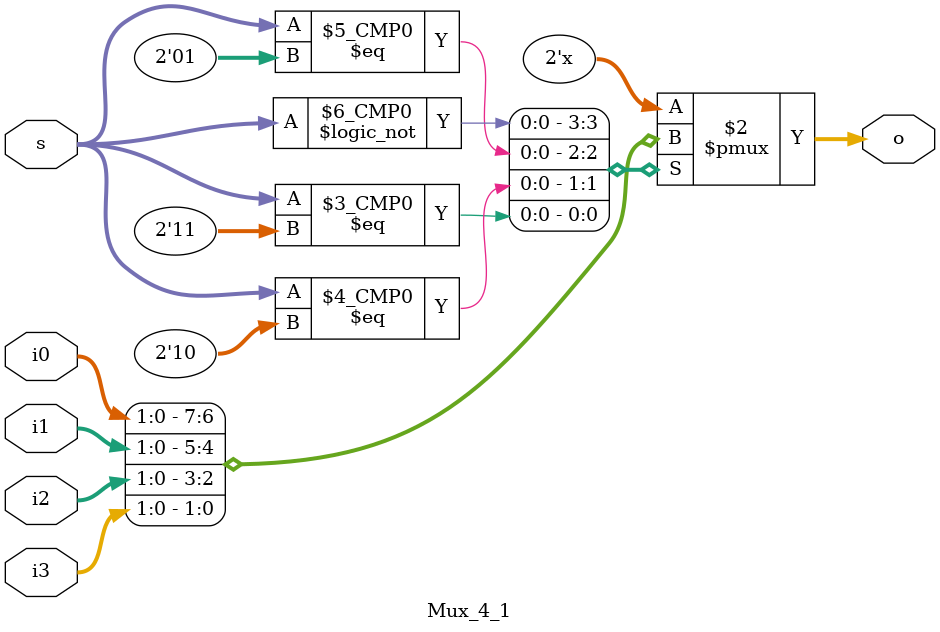
<source format=v>
`timescale 1ns / 1ps


module Mux_4_1(
    input [1:0] i0, i1, i2, i3,
    input [1:0] s,
    output reg [1:0] o);

always@(*)
begin
    case(s)
        2'b00: o = i0;
        2'b01: o = i1;
        2'b10: o = i2;
        2'b11: o = i3;
    endcase
end
 
endmodule

</source>
